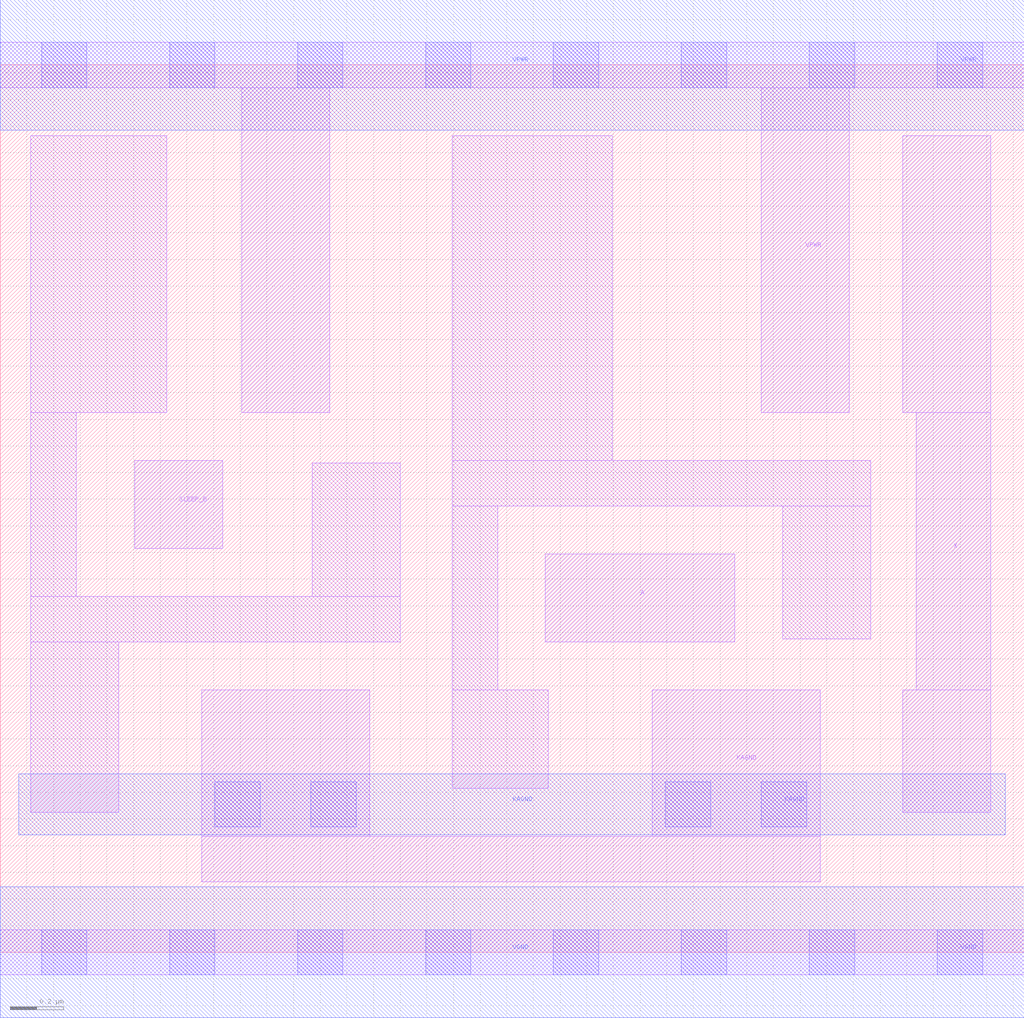
<source format=lef>
# Copyright 2020 The SkyWater PDK Authors
#
# Licensed under the Apache License, Version 2.0 (the "License");
# you may not use this file except in compliance with the License.
# You may obtain a copy of the License at
#
#     https://www.apache.org/licenses/LICENSE-2.0
#
# Unless required by applicable law or agreed to in writing, software
# distributed under the License is distributed on an "AS IS" BASIS,
# WITHOUT WARRANTIES OR CONDITIONS OF ANY KIND, either express or implied.
# See the License for the specific language governing permissions and
# limitations under the License.
#
# SPDX-License-Identifier: Apache-2.0

VERSION 5.7 ;
  NAMESCASESENSITIVE ON ;
  NOWIREEXTENSIONATPIN ON ;
  DIVIDERCHAR "/" ;
  BUSBITCHARS "[]" ;
UNITS
  DATABASE MICRONS 200 ;
END UNITS
MACRO sky130_fd_sc_lp__iso1n_lp2
  CLASS CORE ;
  SOURCE USER ;
  FOREIGN sky130_fd_sc_lp__iso1n_lp2 ;
  ORIGIN  0.000000  0.000000 ;
  SIZE  3.840000 BY  3.330000 ;
  SYMMETRY X Y R90 ;
  SITE unit ;
  PIN A
    ANTENNAGATEAREA  0.376000 ;
    DIRECTION INPUT ;
    USE SIGNAL ;
    PORT
      LAYER li1 ;
        RECT 2.045000 1.165000 2.755000 1.495000 ;
    END
  END A
  PIN SLEEP_B
    ANTENNAGATEAREA  0.376000 ;
    DIRECTION INPUT ;
    USE SIGNAL ;
    PORT
      LAYER li1 ;
        RECT 0.505000 1.515000 0.835000 1.845000 ;
    END
  END SLEEP_B
  PIN X
    ANTENNADIFFAREA  0.404700 ;
    DIRECTION OUTPUT ;
    USE SIGNAL ;
    PORT
      LAYER li1 ;
        RECT 3.385000 0.525000 3.715000 0.985000 ;
        RECT 3.385000 2.025000 3.715000 3.065000 ;
        RECT 3.435000 0.985000 3.715000 2.025000 ;
    END
  END X
  PIN KAGND
    USE GROUND ;
    PORT
      LAYER li1 ;
        RECT 0.755000 0.265000 3.075000 0.435000 ;
        RECT 0.755000 0.435000 1.385000 0.985000 ;
        RECT 2.445000 0.435000 3.075000 0.985000 ;
      LAYER mcon ;
        RECT 0.805000 0.470000 0.975000 0.640000 ;
        RECT 1.165000 0.470000 1.335000 0.640000 ;
        RECT 2.495000 0.470000 2.665000 0.640000 ;
        RECT 2.855000 0.470000 3.025000 0.640000 ;
      LAYER met1 ;
        RECT 0.070000 0.440000 3.770000 0.670000 ;
    END
  END KAGND
  PIN VGND
    DIRECTION INOUT ;
    USE GROUND ;
    PORT
      LAYER li1 ;
        RECT 0.000000 -0.085000 3.840000 0.085000 ;
      LAYER mcon ;
        RECT 0.155000 -0.085000 0.325000 0.085000 ;
        RECT 0.635000 -0.085000 0.805000 0.085000 ;
        RECT 1.115000 -0.085000 1.285000 0.085000 ;
        RECT 1.595000 -0.085000 1.765000 0.085000 ;
        RECT 2.075000 -0.085000 2.245000 0.085000 ;
        RECT 2.555000 -0.085000 2.725000 0.085000 ;
        RECT 3.035000 -0.085000 3.205000 0.085000 ;
        RECT 3.515000 -0.085000 3.685000 0.085000 ;
      LAYER met1 ;
        RECT 0.000000 -0.245000 3.840000 0.245000 ;
    END
  END VGND
  PIN VPWR
    DIRECTION INOUT ;
    USE POWER ;
    PORT
      LAYER li1 ;
        RECT 0.000000 3.245000 3.840000 3.415000 ;
        RECT 0.905000 2.025000 1.235000 3.245000 ;
        RECT 2.855000 2.025000 3.185000 3.245000 ;
      LAYER mcon ;
        RECT 0.155000 3.245000 0.325000 3.415000 ;
        RECT 0.635000 3.245000 0.805000 3.415000 ;
        RECT 1.115000 3.245000 1.285000 3.415000 ;
        RECT 1.595000 3.245000 1.765000 3.415000 ;
        RECT 2.075000 3.245000 2.245000 3.415000 ;
        RECT 2.555000 3.245000 2.725000 3.415000 ;
        RECT 3.035000 3.245000 3.205000 3.415000 ;
        RECT 3.515000 3.245000 3.685000 3.415000 ;
      LAYER met1 ;
        RECT 0.000000 3.085000 3.840000 3.575000 ;
    END
  END VPWR
  OBS
    LAYER li1 ;
      RECT 0.115000 0.525000 0.445000 1.165000 ;
      RECT 0.115000 1.165000 1.500000 1.335000 ;
      RECT 0.115000 1.335000 0.285000 2.025000 ;
      RECT 0.115000 2.025000 0.625000 3.065000 ;
      RECT 1.170000 1.335000 1.500000 1.835000 ;
      RECT 1.695000 0.615000 2.055000 0.985000 ;
      RECT 1.695000 0.985000 1.865000 1.675000 ;
      RECT 1.695000 1.675000 3.265000 1.845000 ;
      RECT 1.695000 1.845000 2.295000 3.065000 ;
      RECT 2.935000 1.175000 3.265000 1.675000 ;
  END
END sky130_fd_sc_lp__iso1n_lp2

</source>
